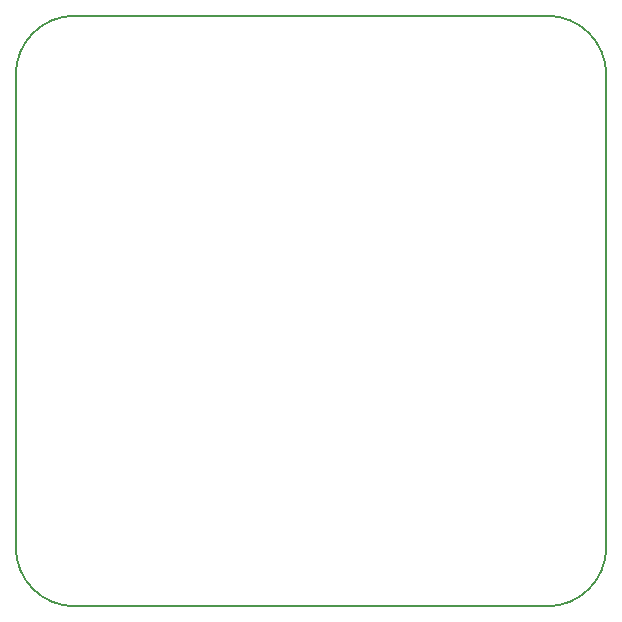
<source format=gm1>
G04 #@! TF.FileFunction,Profile,NP*
%FSLAX46Y46*%
G04 Gerber Fmt 4.6, Leading zero omitted, Abs format (unit mm)*
G04 Created by KiCad (PCBNEW 4.0.2+dfsg1-stable) date gio 28 lug 2016 18:48:22 CEST*
%MOMM*%
G01*
G04 APERTURE LIST*
%ADD10C,0.100000*%
%ADD11C,0.150000*%
G04 APERTURE END LIST*
D10*
D11*
X109000000Y-80000000D02*
X149000000Y-80000000D01*
X109000000Y-130000000D02*
X149000000Y-130000000D01*
X154000000Y-125000000D02*
X154000000Y-85000000D01*
X154000000Y-85000000D02*
G75*
G03X149000000Y-80000000I-5000000J0D01*
G01*
X149000000Y-130000000D02*
G75*
G03X154000000Y-125000000I0J5000000D01*
G01*
X104000000Y-85000000D02*
X104000000Y-125000000D01*
X109000000Y-80000000D02*
G75*
G03X104000000Y-85000000I0J-5000000D01*
G01*
X104000000Y-125000000D02*
G75*
G03X109000000Y-130000000I5000000J0D01*
G01*
M02*

</source>
